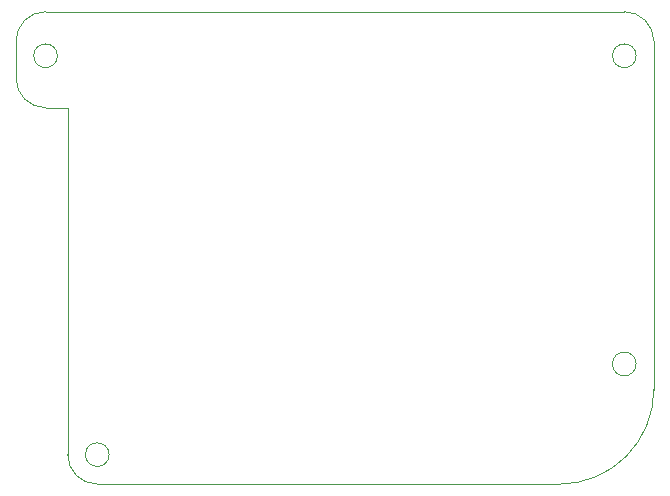
<source format=gbr>
%TF.GenerationSoftware,KiCad,Pcbnew,(6.0.9)*%
%TF.CreationDate,2023-05-28T23:18:01+10:00*%
%TF.ProjectId,SumoNyxPCB2.0,53756d6f-4e79-4785-9043-42322e302e6b,rev?*%
%TF.SameCoordinates,Original*%
%TF.FileFunction,Profile,NP*%
%FSLAX46Y46*%
G04 Gerber Fmt 4.6, Leading zero omitted, Abs format (unit mm)*
G04 Created by KiCad (PCBNEW (6.0.9)) date 2023-05-28 23:18:01*
%MOMM*%
%LPD*%
G01*
G04 APERTURE LIST*
%TA.AperFunction,Profile*%
%ADD10C,0.010000*%
%TD*%
G04 APERTURE END LIST*
D10*
X159125000Y-71885268D02*
X159125000Y-71885000D01*
X209750000Y-66250000D02*
G75*
G03*
X207250000Y-63750000I-2500000J0D01*
G01*
X207250000Y-63750000D02*
X158250000Y-63750000D01*
X208250000Y-93573984D02*
G75*
G03*
X208250000Y-93573984I-1000000J0D01*
G01*
X160125000Y-101250000D02*
G75*
G03*
X162625000Y-103750000I2500000J0D01*
G01*
X159250000Y-67481984D02*
G75*
G03*
X159250000Y-67481984I-1000000J0D01*
G01*
X163625000Y-101250000D02*
G75*
G03*
X163625000Y-101250000I-1000000J0D01*
G01*
X208250000Y-67481984D02*
G75*
G03*
X208250000Y-67481984I-1000000J0D01*
G01*
X159125000Y-71885000D02*
X160125000Y-71885000D01*
X162625000Y-103750000D02*
X201750000Y-103750000D01*
X158250000Y-71885268D02*
X159125000Y-71885268D01*
X201750000Y-103750000D02*
G75*
G03*
X209750000Y-95750000I0J8000000D01*
G01*
X209750000Y-95750000D02*
X209750000Y-66250000D01*
X155750032Y-69385268D02*
G75*
G03*
X158250000Y-71885268I2499968J-32D01*
G01*
X160125000Y-71885000D02*
X160125000Y-101250000D01*
X158250000Y-63750000D02*
G75*
G03*
X155750000Y-66250000I0J-2500000D01*
G01*
X155750000Y-66250000D02*
X155750000Y-69385268D01*
M02*

</source>
